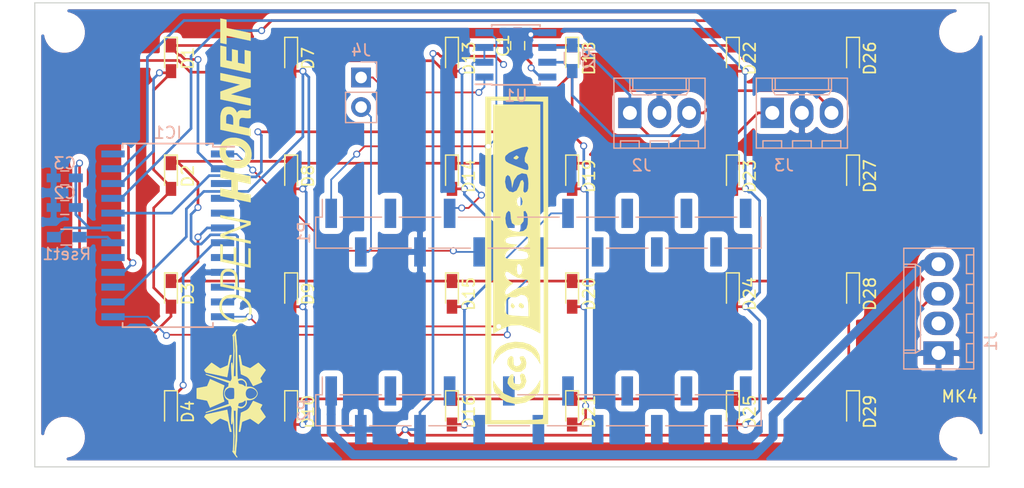
<source format=kicad_pcb>
(kicad_pcb (version 20171130) (host pcbnew "(5.1.4)-1")
  (layers (0 F.Cu signal) (31 B.Cu signal) (34 B.Paste user) (35 F.Paste user) (36 B.SilkS user) (37 F.SilkS user) (38 B.Mask user) (39 F.Mask user) (44 Edge.Cuts user))
  (net 0 "")
  (net 1 +5V)
  (net 2 GND)
  (net 3 /Dig0)
  (net 4 /SegDP)
  (net 5 /Dig1)
  (net 6 /Dig2)
  (net 7 /Dig3)
  (net 8 /SegA)
  (net 9 /SegB)
  (net 10 /SegC)
  (net 11 /SegD)
  (net 12 /SegE)
  (net 13 "/3(**)")
  (net 14 /Dig4)
  (net 15 /Dig6)
  (net 16 /Dig7)
  (net 17 /Dig5)
  (net 18 "/6(**)")
  (net 19 "/5(**)")
  (net 20 /SegF)
  (net 21 /SegG)
  (net 22 "Net-(IC1-Pad18)")
  (net 23 "Net-(IC1-Pad24)")
  (net 24 +3V3)
  (net 25 +12V)
  (net 26 "Net-(J2-Pad1)")
  (net 27 "Net-(J2-Pad3)")
  (net 28 /RX_ENABLE)
  (net 29 "/0(Rx)")
  (net 30 "/1(Tx)")
  (net 31 "Net-(P1-Pad3)")
  (net 32 /2)
  (net 33 /4)
  (net 34 /8)
  (net 35 "/10(**/SS)")
  (net 36 "/12(MISO)")
  (net 37 /7)
  (net 38 "/9(**)")
  (net 39 "/11(**/MOSI)")
  (net 40 "Net-(P2-Pad3)")
  (net 41 /A7)
  (net 42 /A5)
  (net 43 /A3)
  (net 44 /A1)
  (net 45 /AREF)
  (net 46 "/13(SCK)")
  (net 47 /A6)
  (net 48 /A4)
  (net 49 /A2)
  (net 50 /A0)
  (net 51 "Net-(P2-Pad14)")
  (module "KiCAD Libraries:CC-BY-NC-SA-Small" (layer F.Cu) (at 148 92.25 90)
    (fp_text reference G*** hide)
    (fp_text value LOGO hide)
  )
  (module "KiCAD Libraries:OH_LOGO_37.7mm_5.9mm" (layer F.Cu) (at 123.5 90.25 90)
    (fp_text reference G*** hide)
    (fp_text value LOGO hide)
  )
  (module Capacitors_SMD:C_0603_HandSoldering (layer F.Cu) (at 148.08 73.74 90)
    (fp_text reference C1 (at 0 -1.25 90) (layer F.SilkS))
    (fp_text value 0.1uF)
    (pad 1 smd rect (at -0.95 0 90) (size 1.2 0.75) (layers F.Cu F.Paste F.Mask) (net 1 +5V))
    (pad 2 smd rect (at 0.95 0 90) (size 1.2 0.75) (layers F.Cu F.Paste F.Mask) (net 2 GND))
  )
  (module Capacitors_SMD:C_0603_HandSoldering (layer B.Cu) (at 109.22 87.63 180)
    (fp_text reference C2 (at 0 1.25 180) (layer B.SilkS) (effects (justify mirror)))
    (fp_text value 100nF)
    (pad 1 smd rect (at -0.95 0 180) (size 1.2 0.75) (layers B.Cu B.Paste B.Mask) (net 1 +5V))
    (pad 2 smd rect (at 0.95 0 180) (size 1.2 0.75) (layers B.Cu B.Paste B.Mask) (net 2 GND))
  )
  (module Capacitors_SMD:C_0603_HandSoldering (layer B.Cu) (at 109.22 85.09 180)
    (fp_text reference C3 (at 0 1.25 180) (layer B.SilkS) (effects (justify mirror)))
    (fp_text value 47uF)
    (pad 1 smd rect (at -0.95 0 180) (size 1.2 0.75) (layers B.Cu B.Paste B.Mask) (net 1 +5V))
    (pad 2 smd rect (at 0.95 0 180) (size 1.2 0.75) (layers B.Cu B.Paste B.Mask) (net 2 GND))
  )
  (module LEDs:LED_0603_HandSoldering (layer F.Cu) (at 118.3346 74.8304 270)
    (fp_text reference D1 (at 0 -1.45 270) (layer F.SilkS))
    (fp_text value 0,0)
    (pad 1 smd rect (at -1.1 0 270) (size 1.2 0.9) (layers F.Cu F.Paste F.Mask) (net 3 /Dig0))
    (pad 2 smd rect (at 1.1 0 270) (size 1.2 0.9) (layers F.Cu F.Paste F.Mask) (net 4 /SegDP))
  )
  (module LEDs:LED_0603_HandSoldering (layer F.Cu) (at 118.3346 84.9304 270)
    (fp_text reference D2 (at 0 -1.45 270) (layer F.SilkS))
    (fp_text value 1,0)
    (pad 1 smd rect (at -1.1 0 270) (size 1.2 0.9) (layers F.Cu F.Paste F.Mask) (net 5 /Dig1))
    (pad 2 smd rect (at 1.1 0 270) (size 1.2 0.9) (layers F.Cu F.Paste F.Mask) (net 4 /SegDP))
  )
  (module LEDs:LED_0603_HandSoldering (layer F.Cu) (at 118.3346 95.0404 270)
    (fp_text reference D3 (at 0 -1.45 270) (layer F.SilkS))
    (fp_text value 2,0)
    (pad 1 smd rect (at -1.1 0 270) (size 1.2 0.9) (layers F.Cu F.Paste F.Mask) (net 6 /Dig2))
    (pad 2 smd rect (at 1.1 0 270) (size 1.2 0.9) (layers F.Cu F.Paste F.Mask) (net 4 /SegDP))
  )
  (module LEDs:LED_0603_HandSoldering (layer F.Cu) (at 118.3346 105.1504 270)
    (fp_text reference D4 (at 0 -1.45 270) (layer F.SilkS))
    (fp_text value 3,0)
    (pad 1 smd rect (at -1.1 0 270) (size 1.2 0.9) (layers F.Cu F.Paste F.Mask) (net 7 /Dig3))
    (pad 2 smd rect (at 1.1 0 270) (size 1.2 0.9) (layers F.Cu F.Paste F.Mask) (net 4 /SegDP))
  )
  (module LEDs:LED_0603_HandSoldering (layer F.Cu) (at 128.6446 74.8304 270)
    (fp_text reference D7 (at 0 -1.45 270) (layer F.SilkS))
    (fp_text value 0,1)
    (pad 1 smd rect (at -1.1 0 270) (size 1.2 0.9) (layers F.Cu F.Paste F.Mask) (net 3 /Dig0))
    (pad 2 smd rect (at 1.1 0 270) (size 1.2 0.9) (layers F.Cu F.Paste F.Mask) (net 8 /SegA))
  )
  (module LEDs:LED_0603_HandSoldering (layer F.Cu) (at 128.6446 84.9304 270)
    (fp_text reference D8 (at 0 -1.45 270) (layer F.SilkS))
    (fp_text value 1,1)
    (pad 1 smd rect (at -1.1 0 270) (size 1.2 0.9) (layers F.Cu F.Paste F.Mask) (net 5 /Dig1))
    (pad 2 smd rect (at 1.1 0 270) (size 1.2 0.9) (layers F.Cu F.Paste F.Mask) (net 8 /SegA))
  )
  (module LEDs:LED_0603_HandSoldering (layer F.Cu) (at 128.6446 95.0404 270)
    (fp_text reference D9 (at 0 -1.45 270) (layer F.SilkS))
    (fp_text value 2,1)
    (pad 1 smd rect (at -1.1 0 270) (size 1.2 0.9) (layers F.Cu F.Paste F.Mask) (net 6 /Dig2))
    (pad 2 smd rect (at 1.1 0 270) (size 1.2 0.9) (layers F.Cu F.Paste F.Mask) (net 8 /SegA))
  )
  (module LEDs:LED_0603_HandSoldering (layer F.Cu) (at 128.6446 105.1504 270)
    (fp_text reference D10 (at 0 -1.45 270) (layer F.SilkS))
    (fp_text value 3,1)
    (pad 1 smd rect (at -1.1 0 270) (size 1.2 0.9) (layers F.Cu F.Paste F.Mask) (net 7 /Dig3))
    (pad 2 smd rect (at 1.1 0 270) (size 1.2 0.9) (layers F.Cu F.Paste F.Mask) (net 8 /SegA))
  )
  (module LEDs:LED_0603_HandSoldering (layer F.Cu) (at 142.4446 74.8304 270)
    (fp_text reference D13 (at 0 -1.45 270) (layer F.SilkS))
    (fp_text value 0,2)
    (pad 1 smd rect (at -1.1 0 270) (size 1.2 0.9) (layers F.Cu F.Paste F.Mask) (net 3 /Dig0))
    (pad 2 smd rect (at 1.1 0 270) (size 1.2 0.9) (layers F.Cu F.Paste F.Mask) (net 9 /SegB))
  )
  (module LEDs:LED_0603_HandSoldering (layer F.Cu) (at 142.4446 84.9304 270)
    (fp_text reference D14 (at 0 -1.45 270) (layer F.SilkS))
    (fp_text value 1,2)
    (pad 1 smd rect (at -1.1 0 270) (size 1.2 0.9) (layers F.Cu F.Paste F.Mask) (net 5 /Dig1))
    (pad 2 smd rect (at 1.1 0 270) (size 1.2 0.9) (layers F.Cu F.Paste F.Mask) (net 9 /SegB))
  )
  (module LEDs:LED_0603_HandSoldering (layer F.Cu) (at 142.4446 95.0404 270)
    (fp_text reference D15 (at 0 -1.45 270) (layer F.SilkS))
    (fp_text value 2,2)
    (pad 1 smd rect (at -1.1 0 270) (size 1.2 0.9) (layers F.Cu F.Paste F.Mask) (net 6 /Dig2))
    (pad 2 smd rect (at 1.1 0 270) (size 1.2 0.9) (layers F.Cu F.Paste F.Mask) (net 9 /SegB))
  )
  (module LEDs:LED_0603_HandSoldering (layer F.Cu) (at 142.4446 105.1504 270)
    (fp_text reference D16 (at 0 -1.45 270) (layer F.SilkS))
    (fp_text value 3,2)
    (pad 1 smd rect (at -1.1 0 270) (size 1.2 0.9) (layers F.Cu F.Paste F.Mask) (net 7 /Dig3))
    (pad 2 smd rect (at 1.1 0 270) (size 1.2 0.9) (layers F.Cu F.Paste F.Mask) (net 9 /SegB))
  )
  (module LEDs:LED_0603_HandSoldering (layer F.Cu) (at 152.7546 74.8304 270)
    (fp_text reference D18 (at 0 -1.45 270) (layer F.SilkS))
    (fp_text value 0,3)
    (pad 1 smd rect (at -1.1 0 270) (size 1.2 0.9) (layers F.Cu F.Paste F.Mask) (net 3 /Dig0))
    (pad 2 smd rect (at 1.1 0 270) (size 1.2 0.9) (layers F.Cu F.Paste F.Mask) (net 10 /SegC))
  )
  (module LEDs:LED_0603_HandSoldering (layer F.Cu) (at 152.7546 84.9304 270)
    (fp_text reference D19 (at 0 -1.45 270) (layer F.SilkS))
    (fp_text value 1.3)
    (pad 1 smd rect (at -1.1 0 270) (size 1.2 0.9) (layers F.Cu F.Paste F.Mask) (net 5 /Dig1))
    (pad 2 smd rect (at 1.1 0 270) (size 1.2 0.9) (layers F.Cu F.Paste F.Mask) (net 10 /SegC))
  )
  (module LEDs:LED_0603_HandSoldering (layer F.Cu) (at 152.7546 95.0404 270)
    (fp_text reference D20 (at 0 -1.45 270) (layer F.SilkS))
    (fp_text value 2,3)
    (pad 1 smd rect (at -1.1 0 270) (size 1.2 0.9) (layers F.Cu F.Paste F.Mask) (net 6 /Dig2))
    (pad 2 smd rect (at 1.1 0 270) (size 1.2 0.9) (layers F.Cu F.Paste F.Mask) (net 10 /SegC))
  )
  (module LEDs:LED_0603_HandSoldering (layer F.Cu) (at 152.7546 105.1504 270)
    (fp_text reference D21 (at 0 -1.45 270) (layer F.SilkS))
    (fp_text value 3,3)
    (pad 1 smd rect (at -1.1 0 270) (size 1.2 0.9) (layers F.Cu F.Paste F.Mask) (net 7 /Dig3))
    (pad 2 smd rect (at 1.1 0 270) (size 1.2 0.9) (layers F.Cu F.Paste F.Mask) (net 10 /SegC))
  )
  (module LEDs:LED_0603_HandSoldering (layer F.Cu) (at 166.5446 74.8304 270)
    (fp_text reference D22 (at 0 -1.45 270) (layer F.SilkS))
    (fp_text value 0.4)
    (pad 1 smd rect (at -1.1 0 270) (size 1.2 0.9) (layers F.Cu F.Paste F.Mask) (net 3 /Dig0))
    (pad 2 smd rect (at 1.1 0 270) (size 1.2 0.9) (layers F.Cu F.Paste F.Mask) (net 11 /SegD))
  )
  (module LEDs:LED_0603_HandSoldering (layer F.Cu) (at 166.5446 84.9304 270)
    (fp_text reference D23 (at 0 -1.45 270) (layer F.SilkS))
    (fp_text value 1.4)
    (pad 1 smd rect (at -1.1 0 270) (size 1.2 0.9) (layers F.Cu F.Paste F.Mask) (net 5 /Dig1))
    (pad 2 smd rect (at 1.1 0 270) (size 1.2 0.9) (layers F.Cu F.Paste F.Mask) (net 11 /SegD))
  )
  (module LEDs:LED_0603_HandSoldering (layer F.Cu) (at 166.5446 95.0404 270)
    (fp_text reference D24 (at 0 -1.45 270) (layer F.SilkS))
    (fp_text value 2,4)
    (pad 1 smd rect (at -1.1 0 270) (size 1.2 0.9) (layers F.Cu F.Paste F.Mask) (net 6 /Dig2))
    (pad 2 smd rect (at 1.1 0 270) (size 1.2 0.9) (layers F.Cu F.Paste F.Mask) (net 11 /SegD))
  )
  (module LEDs:LED_0603_HandSoldering (layer F.Cu) (at 166.5446 105.1504 270)
    (fp_text reference D25 (at 0 -1.45 270) (layer F.SilkS))
    (fp_text value 3,4)
    (pad 1 smd rect (at -1.1 0 270) (size 1.2 0.9) (layers F.Cu F.Paste F.Mask) (net 7 /Dig3))
    (pad 2 smd rect (at 1.1 0 270) (size 1.2 0.9) (layers F.Cu F.Paste F.Mask) (net 11 /SegD))
  )
  (module LEDs:LED_0603_HandSoldering (layer F.Cu) (at 176.8546 74.8304 270)
    (fp_text reference D26 (at 0 -1.45 270) (layer F.SilkS))
    (fp_text value 0.5)
    (pad 1 smd rect (at -1.1 0 270) (size 1.2 0.9) (layers F.Cu F.Paste F.Mask) (net 3 /Dig0))
    (pad 2 smd rect (at 1.1 0 270) (size 1.2 0.9) (layers F.Cu F.Paste F.Mask) (net 12 /SegE))
  )
  (module LEDs:LED_0603_HandSoldering (layer F.Cu) (at 176.8546 84.9304 270)
    (fp_text reference D27 (at 0 -1.45 270) (layer F.SilkS))
    (fp_text value 1.5)
    (pad 1 smd rect (at -1.1 0 270) (size 1.2 0.9) (layers F.Cu F.Paste F.Mask) (net 5 /Dig1))
    (pad 2 smd rect (at 1.1 0 270) (size 1.2 0.9) (layers F.Cu F.Paste F.Mask) (net 12 /SegE))
  )
  (module LEDs:LED_0603_HandSoldering (layer F.Cu) (at 176.8546 95.0404 270)
    (fp_text reference D28 (at 0 -1.45 270) (layer F.SilkS))
    (fp_text value 2,5)
    (pad 1 smd rect (at -1.1 0 270) (size 1.2 0.9) (layers F.Cu F.Paste F.Mask) (net 6 /Dig2))
    (pad 2 smd rect (at 1.1 0 270) (size 1.2 0.9) (layers F.Cu F.Paste F.Mask) (net 12 /SegE))
  )
  (module LEDs:LED_0603_HandSoldering (layer F.Cu) (at 176.8546 105.1504 270)
    (fp_text reference D29 (at 0 -1.45 270) (layer F.SilkS))
    (fp_text value 3,5)
    (pad 1 smd rect (at -1.1 0 270) (size 1.2 0.9) (layers F.Cu F.Paste F.Mask) (net 7 /Dig3))
    (pad 2 smd rect (at 1.1 0 270) (size 1.2 0.9) (layers F.Cu F.Paste F.Mask) (net 12 /SegE))
  )
  (module Housings_SOIC:SOIC-24W_7.5x15.4mm_Pitch1.27mm (layer B.Cu) (at 118.0602 90.0176 180)
    (fp_text reference IC1 (at 0 8.8 180) (layer B.SilkS) (effects (justify mirror)))
    (fp_text value MAX7219)
    (pad 1 smd rect (at -4.7 6.985 180) (size 2 0.6) (layers B.Cu B.Paste B.Mask) (net 13 "/3(**)"))
    (pad 2 smd rect (at -4.7 5.715 180) (size 2 0.6) (layers B.Cu B.Paste B.Mask) (net 3 /Dig0))
    (pad 3 smd rect (at -4.7 4.445 180) (size 2 0.6) (layers B.Cu B.Paste B.Mask) (net 14 /Dig4))
    (pad 4 smd rect (at -4.7 3.175 180) (size 2 0.6) (layers B.Cu B.Paste B.Mask) (net 2 GND))
    (pad 5 smd rect (at -4.7 1.905 180) (size 2 0.6) (layers B.Cu B.Paste B.Mask) (net 15 /Dig6))
    (pad 6 smd rect (at -4.7 0.635 180) (size 2 0.6) (layers B.Cu B.Paste B.Mask) (net 6 /Dig2))
    (pad 7 smd rect (at -4.7 -0.635 180) (size 2 0.6) (layers B.Cu B.Paste B.Mask) (net 7 /Dig3))
    (pad 8 smd rect (at -4.7 -1.905 180) (size 2 0.6) (layers B.Cu B.Paste B.Mask) (net 16 /Dig7))
    (pad 9 smd rect (at -4.7 -3.175 180) (size 2 0.6) (layers B.Cu B.Paste B.Mask) (net 2 GND))
    (pad 10 smd rect (at -4.7 -4.445 180) (size 2 0.6) (layers B.Cu B.Paste B.Mask) (net 17 /Dig5))
    (pad 11 smd rect (at -4.7 -5.715 180) (size 2 0.6) (layers B.Cu B.Paste B.Mask) (net 5 /Dig1))
    (pad 12 smd rect (at -4.7 -6.985 180) (size 2 0.6) (layers B.Cu B.Paste B.Mask) (net 18 "/6(**)"))
    (pad 13 smd rect (at 4.7 -6.985 180) (size 2 0.6) (layers B.Cu B.Paste B.Mask) (net 19 "/5(**)"))
    (pad 14 smd rect (at 4.7 -5.715 180) (size 2 0.6) (layers B.Cu B.Paste B.Mask) (net 8 /SegA))
    (pad 15 smd rect (at 4.7 -4.445 180) (size 2 0.6) (layers B.Cu B.Paste B.Mask) (net 20 /SegF))
    (pad 16 smd rect (at 4.7 -3.175 180) (size 2 0.6) (layers B.Cu B.Paste B.Mask) (net 9 /SegB))
    (pad 17 smd rect (at 4.7 -1.905 180) (size 2 0.6) (layers B.Cu B.Paste B.Mask) (net 21 /SegG))
    (pad 18 smd rect (at 4.7 -0.635 180) (size 2 0.6) (layers B.Cu B.Paste B.Mask) (net 22 "Net-(IC1-Pad18)"))
    (pad 19 smd rect (at 4.7 0.635 180) (size 2 0.6) (layers B.Cu B.Paste B.Mask) (net 1 +5V))
    (pad 20 smd rect (at 4.7 1.905 180) (size 2 0.6) (layers B.Cu B.Paste B.Mask) (net 10 /SegC))
    (pad 21 smd rect (at 4.7 3.175 180) (size 2 0.6) (layers B.Cu B.Paste B.Mask) (net 12 /SegE))
    (pad 22 smd rect (at 4.7 4.445 180) (size 2 0.6) (layers B.Cu B.Paste B.Mask) (net 4 /SegDP))
    (pad 23 smd rect (at 4.7 5.715 180) (size 2 0.6) (layers B.Cu B.Paste B.Mask) (net 11 /SegD))
    (pad 24 smd rect (at 4.7 6.985 180) (size 2 0.6) (layers B.Cu B.Paste B.Mask) (net 23 "Net-(IC1-Pad24)"))
  )
  (module Connectors_Molex:Molex_KK-6410-04_04x2.54mm_Straight (layer B.Cu) (at 184.1881 100.1141 90)
    (fp_text reference J1 (at 1 4.5 90) (layer B.SilkS) (effects (justify mirror)))
    (fp_text value PWR)
    (pad 1 thru_hole rect (at 0 0 90) (size 2 2.6) (drill 1.2) (layers *.Cu *.Mask) (net 2 GND))
    (pad 2 thru_hole oval (at 2.54 0 90) (size 2 2.6) (drill 1.2) (layers *.Cu *.Mask) (net 24 +3V3))
    (pad 3 thru_hole oval (at 5.08 0 90) (size 2 2.6) (drill 1.2) (layers *.Cu *.Mask) (net 1 +5V))
    (pad 4 thru_hole oval (at 7.62 0 90) (size 2 2.6) (drill 1.2) (layers *.Cu *.Mask) (net 25 +12V))
  )
  (module Connectors_Molex:Molex_KK-6410-03_03x2.54mm_Straight (layer B.Cu) (at 157.7086 79.5147)
    (fp_text reference J2 (at 1 4.5) (layer B.SilkS) (effects (justify mirror)))
    (fp_text value "BUS IN")
    (pad 1 thru_hole rect (at 0 0) (size 2 2.6) (drill 1.2) (layers *.Cu *.Mask) (net 26 "Net-(J2-Pad1)"))
    (pad 2 thru_hole oval (at 2.54 0) (size 2 2.6) (drill 1.2) (layers *.Cu *.Mask) (net 2 GND))
    (pad 3 thru_hole oval (at 5.08 0) (size 2 2.6) (drill 1.2) (layers *.Cu *.Mask) (net 27 "Net-(J2-Pad3)"))
  )
  (module Connectors_Molex:Molex_KK-6410-03_03x2.54mm_Straight (layer B.Cu) (at 169.926 79.50962)
    (fp_text reference J3 (at 1 4.5) (layer B.SilkS) (effects (justify mirror)))
    (fp_text value "BUS OUT")
    (pad 1 thru_hole rect (at 0 0) (size 2 2.6) (drill 1.2) (layers *.Cu *.Mask) (net 26 "Net-(J2-Pad1)"))
    (pad 2 thru_hole oval (at 2.54 0) (size 2 2.6) (drill 1.2) (layers *.Cu *.Mask) (net 2 GND))
    (pad 3 thru_hole oval (at 5.08 0) (size 2 2.6) (drill 1.2) (layers *.Cu *.Mask) (net 27 "Net-(J2-Pad3)"))
  )
  (module Pin_Headers:Pin_Header_Straight_1x02_Pitch2.54mm (layer B.Cu) (at 134.6454 76.47178 180)
    (fp_text reference J4 (at 0 2.33 180) (layer B.SilkS) (effects (justify mirror)))
    (fp_text value "PGM ENBLE")
    (pad 1 thru_hole rect (at 0 0 180) (size 1.7 1.7) (drill 1) (layers *.Cu *.Mask) (net 28 /RX_ENABLE))
    (pad 2 thru_hole oval (at 0 -2.54 180) (size 1.7 1.7) (drill 1) (layers *.Cu *.Mask) (net 29 "/0(Rx)"))
  )
  (module Mounting_Holes:MountingHole_2.5mm (layer F.Cu) (at 109.1946 72.6004)
    (fp_text reference MK1 hide)
    (fp_text value Mounting_Hole)
    (pad 1 np_thru_hole circle (at 0 0) (size 2.5 2.5) (drill 2.5) (layers *.Cu *.Mask))
  )
  (module Mounting_Holes:MountingHole_2.5mm (layer F.Cu) (at 185.9946 72.6004)
    (fp_text reference MK2 hide)
    (fp_text value Mounting_Hole)
    (pad 1 np_thru_hole circle (at 0 0) (size 2.5 2.5) (drill 2.5) (layers *.Cu *.Mask))
  )
  (module Mounting_Holes:MountingHole_2.5mm (layer F.Cu) (at 109.1946 107.3404)
    (fp_text reference MK3 hide)
    (fp_text value Mounting_Hole)
    (pad 1 np_thru_hole circle (at 0 0) (size 2.5 2.5) (drill 2.5) (layers *.Cu *.Mask))
  )
  (module Mounting_Holes:MountingHole_2.5mm (layer F.Cu) (at 185.9946 107.3404)
    (fp_text reference MK4 (at 0 -3.5) (layer F.SilkS))
    (fp_text value Mounting_Hole)
    (pad 1 np_thru_hole circle (at 0 0) (size 2.5 2.5) (drill 2.5) (layers *.Cu *.Mask))
  )
  (module Pin_Headers:Pin_Header_Straight_1x15_Pitch2.54mm_SMD_Pin1Left (layer B.Cu) (at 149.86 89.785 270)
    (fp_text reference P1 (at 0 20.11 270) (layer B.SilkS) (effects (justify mirror)))
    (fp_text value Digital)
    (pad 1 smd rect (at -1.655 17.78 270) (size 2.51 1) (layers B.Cu B.Paste B.Mask) (net 30 "/1(Tx)"))
    (pad 3 smd rect (at -1.655 12.7 270) (size 2.51 1) (layers B.Cu B.Paste B.Mask) (net 31 "Net-(P1-Pad3)"))
    (pad 5 smd rect (at -1.655 7.62 270) (size 2.51 1) (layers B.Cu B.Paste B.Mask) (net 32 /2))
    (pad 7 smd rect (at -1.655 2.54 270) (size 2.51 1) (layers B.Cu B.Paste B.Mask) (net 33 /4))
    (pad 9 smd rect (at -1.655 -2.54 270) (size 2.51 1) (layers B.Cu B.Paste B.Mask) (net 18 "/6(**)"))
    (pad 11 smd rect (at -1.655 -7.62 270) (size 2.51 1) (layers B.Cu B.Paste B.Mask) (net 34 /8))
    (pad 13 smd rect (at -1.655 -12.7 270) (size 2.51 1) (layers B.Cu B.Paste B.Mask) (net 35 "/10(**/SS)"))
    (pad 15 smd rect (at -1.655 -17.78 270) (size 2.51 1) (layers B.Cu B.Paste B.Mask) (net 36 "/12(MISO)"))
    (pad 2 smd rect (at 1.655 15.24 270) (size 2.51 1) (layers B.Cu B.Paste B.Mask) (net 29 "/0(Rx)"))
    (pad 4 smd rect (at 1.655 10.16 270) (size 2.51 1) (layers B.Cu B.Paste B.Mask) (net 2 GND))
    (pad 6 smd rect (at 1.655 5.08 270) (size 2.51 1) (layers B.Cu B.Paste B.Mask) (net 13 "/3(**)"))
    (pad 8 smd rect (at 1.655 0 270) (size 2.51 1) (layers B.Cu B.Paste B.Mask) (net 19 "/5(**)"))
    (pad 10 smd rect (at 1.655 -5.08 270) (size 2.51 1) (layers B.Cu B.Paste B.Mask) (net 37 /7))
    (pad 12 smd rect (at 1.655 -10.16 270) (size 2.51 1) (layers B.Cu B.Paste B.Mask) (net 38 "/9(**)"))
    (pad 14 smd rect (at 1.655 -15.24 270) (size 2.51 1) (layers B.Cu B.Paste B.Mask) (net 39 "/11(**/MOSI)"))
  )
  (module Pin_Headers:Pin_Header_Straight_1x15_Pitch2.54mm_SMD_Pin1Left (layer B.Cu) (at 149.86 105.025 270)
    (fp_text reference P2 (at 0 20.11 270) (layer B.SilkS) (effects (justify mirror)))
    (fp_text value Analog)
    (pad 1 smd rect (at -1.655 17.78 270) (size 2.51 1) (layers B.Cu B.Paste B.Mask) (net 25 +12V))
    (pad 3 smd rect (at -1.655 12.7 270) (size 2.51 1) (layers B.Cu B.Paste B.Mask) (net 40 "Net-(P2-Pad3)"))
    (pad 5 smd rect (at -1.655 7.62 270) (size 2.51 1) (layers B.Cu B.Paste B.Mask) (net 41 /A7))
    (pad 7 smd rect (at -1.655 2.54 270) (size 2.51 1) (layers B.Cu B.Paste B.Mask) (net 42 /A5))
    (pad 9 smd rect (at -1.655 -2.54 270) (size 2.51 1) (layers B.Cu B.Paste B.Mask) (net 43 /A3))
    (pad 11 smd rect (at -1.655 -7.62 270) (size 2.51 1) (layers B.Cu B.Paste B.Mask) (net 44 /A1))
    (pad 13 smd rect (at -1.655 -12.7 270) (size 2.51 1) (layers B.Cu B.Paste B.Mask) (net 45 /AREF))
    (pad 15 smd rect (at -1.655 -17.78 270) (size 2.51 1) (layers B.Cu B.Paste B.Mask) (net 46 "/13(SCK)"))
    (pad 2 smd rect (at 1.655 15.24 270) (size 2.51 1) (layers B.Cu B.Paste B.Mask) (net 2 GND))
    (pad 4 smd rect (at 1.655 10.16 270) (size 2.51 1) (layers B.Cu B.Paste B.Mask) (net 1 +5V))
    (pad 6 smd rect (at 1.655 5.08 270) (size 2.51 1) (layers B.Cu B.Paste B.Mask) (net 47 /A6))
    (pad 8 smd rect (at 1.655 0 270) (size 2.51 1) (layers B.Cu B.Paste B.Mask) (net 48 /A4))
    (pad 10 smd rect (at 1.655 -5.08 270) (size 2.51 1) (layers B.Cu B.Paste B.Mask) (net 49 /A2))
    (pad 12 smd rect (at 1.655 -10.16 270) (size 2.51 1) (layers B.Cu B.Paste B.Mask) (net 50 /A0))
    (pad 14 smd rect (at 1.655 -15.24 270) (size 2.51 1) (layers B.Cu B.Paste B.Mask) (net 51 "Net-(P2-Pad14)"))
  )
  (module Resistors_SMD:R_0603_HandSoldering (layer B.Cu) (at 152.76322 74.81806 90)
    (fp_text reference R2 (at 0 1.45 90) (layer B.SilkS) (effects (justify mirror)))
    (fp_text value 120)
    (pad 1 smd rect (at -1.1 0 90) (size 1.2 0.9) (layers B.Cu B.Paste B.Mask) (net 27 "Net-(J2-Pad3)"))
    (pad 2 smd rect (at 1.1 0 90) (size 1.2 0.9) (layers B.Cu B.Paste B.Mask) (net 26 "Net-(J2-Pad1)"))
  )
  (module Resistors_SMD:R_0603_HandSoldering (layer B.Cu) (at 109.39 90.17)
    (fp_text reference Rset1 (at 0 1.45) (layer B.SilkS) (effects (justify mirror)))
    (fp_text value 30K)
    (pad 1 smd rect (at -1.1 0) (size 1.2 0.9) (layers B.Cu B.Paste B.Mask) (net 1 +5V))
    (pad 2 smd rect (at 1.1 0) (size 1.2 0.9) (layers B.Cu B.Paste B.Mask) (net 22 "Net-(IC1-Pad18)"))
  )
  (module Housings_SOIC:SOIC-8_3.9x4.9mm_Pitch1.27mm (layer B.Cu) (at 147.92454 74.53122)
    (fp_text reference U1 (at 0 3.5) (layer B.SilkS) (effects (justify mirror)))
    (fp_text value MAX487EESA)
    (pad 1 smd rect (at -2.7 1.905) (size 1.55 0.6) (layers B.Cu B.Paste B.Mask) (net 28 /RX_ENABLE))
    (pad 2 smd rect (at -2.7 0.635) (size 1.55 0.6) (layers B.Cu B.Paste B.Mask) (net 32 /2))
    (pad 3 smd rect (at -2.7 -0.635) (size 1.55 0.6) (layers B.Cu B.Paste B.Mask) (net 32 /2))
    (pad 4 smd rect (at -2.7 -1.905) (size 1.55 0.6) (layers B.Cu B.Paste B.Mask) (net 30 "/1(Tx)"))
    (pad 5 smd rect (at 2.7 -1.905) (size 1.55 0.6) (layers B.Cu B.Paste B.Mask) (net 2 GND))
    (pad 6 smd rect (at 2.7 -0.635) (size 1.55 0.6) (layers B.Cu B.Paste B.Mask) (net 26 "Net-(J2-Pad1)"))
    (pad 7 smd rect (at 2.7 0.635) (size 1.55 0.6) (layers B.Cu B.Paste B.Mask) (net 27 "Net-(J2-Pad3)"))
    (pad 8 smd rect (at 2.7 1.905) (size 1.55 0.6) (layers B.Cu B.Paste B.Mask) (net 1 +5V))
  )
  (gr_line (start 106.6486 70.0686) (end 106.6486 109.8846) (layer Edge.Cuts) (width 0.1))
  (gr_line (start 188.5246 109.8846) (end 188.5246 70.0686) (layer Edge.Cuts) (width 0.1))
  (gr_line (start 188.5246 70.0686) (end 106.6486 70.0686) (layer Edge.Cuts) (width 0.1))
  (gr_line (start 106.6486 109.8846) (end 188.5246 109.8846) (layer Edge.Cuts) (width 0.1))
  (segment (start 149.24 75.65) (end 150.02622 76.43622) (width 0.2286) (layer B.Cu) (net 1))
  (segment (start 150.02622 76.43622) (end 150.62454 76.43622) (width 0.2286) (layer B.Cu) (net 1))
  (via (at 149.24 75.65) (size 0.6) (drill 0.4) (layers F.Cu B.Cu) (net 1))
  (segment (start 149.24 75.2464) (end 149.24 75.65) (width 0.2286) (layer F.Cu) (net 1))
  (segment (start 148.08 74.69) (end 148.6836 74.69) (width 0.2286) (layer F.Cu) (net 1))
  (segment (start 148.6836 74.69) (end 149.24 75.2464) (width 0.2286) (layer F.Cu) (net 1))
  (segment (start 110.49 100.027302) (end 117.630599 107.167901) (width 0.2286) (layer F.Cu) (net 1))
  (segment (start 110.49 83.82) (end 110.49 100.027302) (width 0.2286) (layer F.Cu) (net 1))
  (segment (start 138.43 106.68) (end 139.7 106.68) (width 0.2286) (layer B.Cu) (net 1))
  (via (at 138.43 106.68) (size 0.6) (drill 0.4) (layers F.Cu B.Cu) (net 1))
  (segment (start 117.630599 107.167901) (end 137.942099 107.167901) (width 0.2286) (layer F.Cu) (net 1))
  (segment (start 138.729999 106.979999) (end 138.43 106.68) (width 0.2286) (layer F.Cu) (net 1))
  (segment (start 137.942099 107.167901) (end 138.43 106.68) (width 0.2286) (layer F.Cu) (net 1))
  (segment (start 138.917901 107.167901) (end 138.729999 106.979999) (width 0.2286) (layer F.Cu) (net 1))
  (segment (start 177.558601 107.167901) (end 138.917901 107.167901) (width 0.2286) (layer F.Cu) (net 1))
  (segment (start 178.028511 106.697991) (end 177.558601 107.167901) (width 0.2286) (layer F.Cu) (net 1))
  (segment (start 178.028511 100.893689) (end 178.028511 106.697991) (width 0.2286) (layer F.Cu) (net 1))
  (segment (start 183.8881 95.0341) (end 178.028511 100.893689) (width 0.2286) (layer F.Cu) (net 1))
  (segment (start 184.1881 95.0341) (end 183.8881 95.0341) (width 0.2286) (layer F.Cu) (net 1))
  (segment (start 140.815181 74.845053) (end 140.815181 74.420789) (width 0.2286) (layer B.Cu) (net 1))
  (segment (start 140.815181 104.081219) (end 140.815181 74.845053) (width 0.2286) (layer B.Cu) (net 1))
  (segment (start 139.7 106.68) (end 139.7 105.1964) (width 0.2286) (layer B.Cu) (net 1))
  (segment (start 141.239445 74.420789) (end 140.815181 74.420789) (width 0.2286) (layer F.Cu) (net 1))
  (segment (start 141.471146 74.65249) (end 141.239445 74.420789) (width 0.2286) (layer F.Cu) (net 1))
  (segment (start 146.87 75.36) (end 146.16249 74.65249) (width 0.2286) (layer F.Cu) (net 1))
  (segment (start 139.7 105.1964) (end 140.815181 104.081219) (width 0.2286) (layer B.Cu) (net 1))
  (segment (start 146.16249 74.65249) (end 141.471146 74.65249) (width 0.2286) (layer F.Cu) (net 1))
  (via (at 140.815181 74.420789) (size 0.6) (drill 0.4) (layers F.Cu B.Cu) (net 1))
  (via (at 146.87 75.36) (size 0.6) (drill 0.4) (layers F.Cu B.Cu) (net 1))
  (segment (start 110.17 85.09) (end 110.17 84.14) (width 0.2286) (layer B.Cu) (net 1))
  (segment (start 110.17 84.14) (end 110.49 83.82) (width 0.2286) (layer B.Cu) (net 1))
  (via (at 110.49 83.82) (size 0.6) (drill 0.4) (layers F.Cu B.Cu) (net 1))
  (segment (start 150.14954 76.43622) (end 150.62454 76.43622) (width 0.2286) (layer B.Cu) (net 1))
  (segment (start 110.17 87.63) (end 110.17 85.09) (width 0.2286) (layer B.Cu) (net 1))
  (segment (start 113.3602 89.3826) (end 111.319 89.3826) (width 0.2286) (layer B.Cu) (net 1))
  (segment (start 111.319 89.3826) (end 110.17 88.2336) (width 0.2286) (layer B.Cu) (net 1))
  (segment (start 110.17 88.2336) (end 110.17 87.63) (width 0.2286) (layer B.Cu) (net 1))
  (segment (start 108.29 90.17) (end 108.44 90.17) (width 0.2286) (layer B.Cu) (net 1))
  (segment (start 112.1316 89.3826) (end 113.3602 89.3826) (width 0.2286) (layer B.Cu) (net 1))
  (segment (start 108.44 90.17) (end 109.2274 89.3826) (width 0.2286) (layer B.Cu) (net 1))
  (segment (start 109.2274 89.3826) (end 112.1316 89.3826) (width 0.2286) (layer B.Cu) (net 1))
  (segment (start 149.21 72.79) (end 148.08 72.79) (width 0.2286) (layer F.Cu) (net 2))
  (segment (start 149.48716 72.76) (end 149.24 72.76) (width 0.2286) (layer B.Cu) (net 2))
  (segment (start 149.24 72.76) (end 149.21 72.79) (width 0.2286) (layer B.Cu) (net 2))
  (via (at 149.21 72.79) (size 0.6) (drill 0.4) (layers F.Cu B.Cu) (net 2))
  (segment (start 150.62454 72.62622) (end 149.62094 72.62622) (width 0.2286) (layer B.Cu) (net 2))
  (segment (start 149.62094 72.62622) (end 149.48716 72.76) (width 0.2286) (layer B.Cu) (net 2))
  (segment (start 122.7602 86.8426) (end 123.9888 86.8426) (width 0.2286) (layer B.Cu) (net 2))
  (segment (start 123.9888 86.8426) (end 124.4362 87.29) (width 0.2286) (layer B.Cu) (net 2))
  (segment (start 118.3346 73.8804) (end 118.3346 73.7304) (width 0.2286) (layer F.Cu) (net 3))
  (segment (start 119.0132 74.559) (end 118.3346 73.8804) (width 0.2286) (layer F.Cu) (net 3))
  (segment (start 119.1632 74.559) (end 119.0132 74.559) (width 0.2286) (layer F.Cu) (net 3))
  (segment (start 119.5342 74.93) (end 119.1632 74.559) (width 0.2286) (layer F.Cu) (net 3))
  (segment (start 120.65 74.93) (end 119.5342 74.93) (width 0.2286) (layer F.Cu) (net 3))
  (via (at 120.65 74.93) (size 0.6) (drill 0.4) (layers F.Cu B.Cu) (net 3))
  (segment (start 120.65 82.8924) (end 120.65 74.93) (width 0.2286) (layer B.Cu) (net 3))
  (segment (start 122.7602 84.3026) (end 122.0602 84.3026) (width 0.2286) (layer B.Cu) (net 3))
  (segment (start 122.0602 84.3026) (end 120.65 82.8924) (width 0.2286) (layer B.Cu) (net 3))
  (segment (start 140.9374 72.9018) (end 141.766 73.7304) (width 0.2286) (layer F.Cu) (net 3))
  (segment (start 130.1518 72.9018) (end 140.9374 72.9018) (width 0.2286) (layer F.Cu) (net 3))
  (segment (start 141.766 73.7304) (end 142.4446 73.7304) (width 0.2286) (layer F.Cu) (net 3))
  (segment (start 129.3232 73.7304) (end 130.1518 72.9018) (width 0.2286) (layer F.Cu) (net 3))
  (segment (start 128.6446 73.7304) (end 129.3232 73.7304) (width 0.2286) (layer F.Cu) (net 3))
  (segment (start 166.5446 73.7304) (end 176.8546 73.7304) (width 0.2286) (layer F.Cu) (net 3))
  (segment (start 152.7546 73.7304) (end 166.5446 73.7304) (width 0.2286) (layer F.Cu) (net 3))
  (segment (start 142.4446 73.7304) (end 152.7546 73.7304) (width 0.2286) (layer F.Cu) (net 3))
  (segment (start 118.3346 73.7304) (end 128.6446 73.7304) (width 0.2286) (layer F.Cu) (net 3))
  (segment (start 117.348 76.073) (end 118.192 76.073) (width 0.2286) (layer F.Cu) (net 4))
  (segment (start 118.192 76.073) (end 118.3346 75.9304) (width 0.2286) (layer F.Cu) (net 4))
  (via (at 117.348 76.073) (size 0.6) (drill 0.4) (layers F.Cu B.Cu) (net 4))
  (segment (start 116.84 76.581) (end 117.348 76.073) (width 0.2286) (layer B.Cu) (net 4))
  (segment (start 116.84 77.47) (end 116.84 76.581) (width 0.2286) (layer B.Cu) (net 4))
  (segment (start 116.84 82.7928) (end 116.84 77.47) (width 0.2286) (layer B.Cu) (net 4))
  (segment (start 113.3602 85.5726) (end 114.0602 85.5726) (width 0.2286) (layer B.Cu) (net 4))
  (segment (start 114.0602 85.5726) (end 116.84 82.7928) (width 0.2286) (layer B.Cu) (net 4))
  (segment (start 118.3346 75.9304) (end 118.3346 76.0804) (width 0.2286) (layer F.Cu) (net 4))
  (segment (start 118.3346 76.0804) (end 116.843234 77.571766) (width 0.2286) (layer F.Cu) (net 4))
  (segment (start 116.843234 77.571766) (end 116.843234 84.389034) (width 0.2286) (layer F.Cu) (net 4))
  (segment (start 116.843234 84.389034) (end 118.3346 85.8804) (width 0.2286) (layer F.Cu) (net 4))
  (segment (start 118.3346 85.8804) (end 118.3346 86.0304) (width 0.2286) (layer F.Cu) (net 4))
  (segment (start 118.3346 86.0304) (end 118.3346 86.1804) (width 0.2286) (layer F.Cu) (net 4))
  (segment (start 116.852671 94.508471) (end 118.3346 95.9904) (width 0.2286) (layer F.Cu) (net 4))
  (segment (start 118.3346 86.1804) (end 116.852671 87.662329) (width 0.2286) (layer F.Cu) (net 4))
  (segment (start 116.852671 87.662329) (end 116.852671 94.508471) (width 0.2286) (layer F.Cu) (net 4))
  (segment (start 118.3346 95.9904) (end 118.3346 96.1404) (width 0.2286) (layer F.Cu) (net 4))
  (segment (start 118.3346 96.1404) (end 118.3346 96.969) (width 0.2286) (layer F.Cu) (net 4))
  (segment (start 118.3346 96.969) (end 116.859021 98.444579) (width 0.2286) (layer F.Cu) (net 4))
  (segment (start 116.859021 98.444579) (end 116.859021 105.453421) (width 0.2286) (layer F.Cu) (net 4))
  (segment (start 116.859021 105.453421) (end 117.656 106.2504) (width 0.2286) (layer F.Cu) (net 4))
  (segment (start 117.656 106.2504) (end 118.3346 106.2504) (width 0.2286) (layer F.Cu) (net 4))
  (segment (start 120.350001 87.929999) (end 120.65 87.63) (width 0.2286) (layer B.Cu) (net 5))
  (segment (start 120.057898 90.45421) (end 120.057898 88.222102) (width 0.2286) (layer B.Cu) (net 5))
  (segment (start 120.057898 88.222102) (end 120.350001 87.929999) (width 0.2286) (layer B.Cu) (net 5))
  (segment (start 120.93421 90.762102) (end 120.36579 90.762102) (width 0.2286) (layer B.Cu) (net 5))
  (segment (start 123.4602 95.7326) (end 124.052301 95.140499) (width 0.2286) (layer B.Cu) (net 5))
  (segment (start 121.721611 89.974701) (end 120.93421 90.762102) (width 0.2286) (layer B.Cu) (net 5))
  (segment (start 122.7602 95.7326) (end 123.4602 95.7326) (width 0.2286) (layer B.Cu) (net 5))
  (segment (start 123.908083 89.974701) (end 121.721611 89.974701) (width 0.2286) (layer B.Cu) (net 5))
  (segment (start 120.36579 90.762102) (end 120.057898 90.45421) (width 0.2286) (layer B.Cu) (net 5))
  (segment (start 124.052301 95.140499) (end 124.052301 90.118919) (width 0.2286) (layer B.Cu) (net 5))
  (segment (start 124.052301 90.118919) (end 123.908083 89.974701) (width 0.2286) (layer B.Cu) (net 5))
  (segment (start 120.65 87.63) (end 120.65 85.4672) (width 0.2286) (layer F.Cu) (net 5))
  (segment (start 120.65 85.4672) (end 119.0132 83.8304) (width 0.2286) (layer F.Cu) (net 5))
  (segment (start 119.0132 83.8304) (end 118.3346 83.8304) (width 0.2286) (layer F.Cu) (net 5))
  (via (at 120.65 87.63) (size 0.6) (drill 0.4) (layers F.Cu B.Cu) (net 5))
  (segment (start 118.3346 83.8304) (end 118.501106 83.663894) (width 0.2286) (layer F.Cu) (net 5))
  (segment (start 118.501106 83.663894) (end 128.478094 83.663894) (width 0.2286) (layer F.Cu) (net 5))
  (segment (start 128.478094 83.663894) (end 128.6446 83.8304) (width 0.2286) (layer F.Cu) (net 5))
  (segment (start 166.5446 83.8304) (end 176.8546 83.8304) (width 0.2286) (layer F.Cu) (net 5))
  (segment (start 152.7546 83.8304) (end 166.5446 83.8304) (width 0.2286) (layer F.Cu) (net 5))
  (segment (start 142.4446 83.8304) (end 152.7546 83.8304) (width 0.2286) (layer F.Cu) (net 5))
  (segment (start 142.2296 83.8304) (end 142.4446 83.8304) (width 0.2286) (layer F.Cu) (net 5))
  (segment (start 128.6446 83.8304) (end 142.2296 83.8304) (width 0.2286) (layer F.Cu) (net 5))
  (segment (start 120.65 90.17) (end 120.65 92.3036) (width 0.2286) (layer F.Cu) (net 6))
  (segment (start 120.65 92.3036) (end 119.0132 93.9404) (width 0.2286) (layer F.Cu) (net 6))
  (segment (start 119.0132 93.9404) (end 118.3346 93.9404) (width 0.2286) (layer F.Cu) (net 6))
  (segment (start 122.7602 89.3826) (end 121.4374 89.3826) (width 0.2286) (layer B.Cu) (net 6))
  (segment (start 121.4374 89.3826) (end 120.65 90.17) (width 0.2286) (layer B.Cu) (net 6))
  (via (at 120.65 90.17) (size 0.6) (drill 0.4) (layers F.Cu B.Cu) (net 6))
  (segment (start 128.6446 93.9404) (end 118.3346 93.9404) (width 0.2286) (layer F.Cu) (net 6))
  (segment (start 142.4446 93.9404) (end 128.6446 93.9404) (width 0.2286) (layer F.Cu) (net 6))
  (segment (start 152.7546 93.9404) (end 142.4446 93.9404) (width 0.2286) (layer F.Cu) (net 6))
  (segment (start 166.5446 93.9404) (end 152.7546 93.9404) (width 0.2286) (layer F.Cu) (net 6))
  (segment (start 176.8546 93.9404) (end 166.5446 93.9404) (width 0.2286) (layer F.Cu) (net 6))
  (segment (start 128.6446 104.0504) (end 141.766 104.0504) (width 0.2286) (layer F.Cu) (net 7))
  (segment (start 141.766 104.0504) (end 142.4446 104.0504) (width 0.2286) (layer F.Cu) (net 7))
  (segment (start 119.38 102.87) (end 119.38 103.005) (width 0.2286) (layer F.Cu) (net 7))
  (segment (start 119.38 103.005) (end 118.3346 104.0504) (width 0.2286) (layer F.Cu) (net 7))
  (segment (start 122.7602 90.6526) (end 122.0602 90.6526) (width 0.2286) (layer B.Cu) (net 7))
  (segment (start 122.0602 90.6526) (end 119.38 93.3328) (width 0.2286) (layer B.Cu) (net 7))
  (segment (start 119.38 93.3328) (end 119.38 102.87) (width 0.2286) (layer B.Cu) (net 7))
  (via (at 119.38 102.87) (size 0.6) (drill 0.4) (layers F.Cu B.Cu) (net 7))
  (segment (start 166.5446 104.0504) (end 176.8546 104.0504) (width 0.2286) (layer F.Cu) (net 7))
  (segment (start 152.7546 104.0504) (end 166.5446 104.0504) (width 0.2286) (layer F.Cu) (net 7))
  (segment (start 142.4446 104.0504) (end 152.7546 104.0504) (width 0.2286) (layer F.Cu) (net 7))
  (segment (start 118.3346 104.0504) (end 128.6446 104.0504) (width 0.2286) (layer F.Cu) (net 7))
  (segment (start 124.960564 86.250499) (end 129.6514 81.559663) (width 0.2286) (layer B.Cu) (net 8))
  (segment (start 121.153189 86.250499) (end 124.960564 86.250499) (width 0.2286) (layer B.Cu) (net 8))
  (segment (start 119.651487 87.752201) (end 121.153189 86.250499) (width 0.2286) (layer B.Cu) (net 8))
  (segment (start 129.6514 76.354664) (end 129.6514 75.9304) (width 0.2286) (layer B.Cu) (net 8))
  (segment (start 119.651487 90.141313) (end 119.651487 87.752201) (width 0.2286) (layer B.Cu) (net 8))
  (segment (start 114.0602 95.7326) (end 119.651487 90.141313) (width 0.2286) (layer B.Cu) (net 8))
  (segment (start 129.6514 81.559663) (end 129.6514 76.354664) (width 0.2286) (layer B.Cu) (net 8))
  (segment (start 113.3602 95.7326) (end 114.0602 95.7326) (width 0.2286) (layer B.Cu) (net 8))
  (segment (start 129.6416 86.0298) (end 130.16454 85.50686) (width 0.2286) (layer B.Cu) (net 8))
  (segment (start 130.16454 85.50686) (end 130.16454 76.44354) (width 0.2286) (layer B.Cu) (net 8))
  (segment (start 130.16454 76.44354) (end 129.6514 75.9304) (width 0.2286) (layer B.Cu) (net 8))
  (segment (start 129.6416 96.139) (end 129.941599 95.839001) (width 0.2286) (layer B.Cu) (net 8))
  (segment (start 129.941599 95.839001) (end 129.941599 86.329799) (width 0.2286) (layer B.Cu) (net 8))
  (segment (start 129.941599 86.329799) (end 129.6416 86.0298) (width 0.2286) (layer B.Cu) (net 8))
  (segment (start 129.6416 106.2482) (end 129.941599 105.948201) (width 0.2286) (layer B.Cu) (net 8))
  (segment (start 129.941599 105.948201) (end 129.941599 96.438999) (width 0.2286) (layer B.Cu) (net 8))
  (segment (start 129.941599 96.438999) (end 129.6416 96.139) (width 0.2286) (layer B.Cu) (net 8))
  (segment (start 128.6446 106.2504) (end 129.6394 106.2504) (width 0.2286) (layer F.Cu) (net 8))
  (segment (start 129.6394 106.2504) (end 129.6416 106.2482) (width 0.2286) (layer F.Cu) (net 8))
  (via (at 129.6416 106.2482) (size 0.6) (drill 0.4) (layers F.Cu B.Cu) (net 8))
  (segment (start 128.6446 96.1404) (end 129.6402 96.1404) (width 0.2286) (layer F.Cu) (net 8))
  (segment (start 129.6402 96.1404) (end 129.6416 96.139) (width 0.2286) (layer F.Cu) (net 8))
  (via (at 129.6416 96.139) (size 0.6) (drill 0.4) (layers F.Cu B.Cu) (net 8))
  (segment (start 129.3232 86.0304) (end 129.641 86.0304) (width 0.2286) (layer F.Cu) (net 8))
  (segment (start 129.641 86.0304) (end 129.6416 86.0298) (width 0.2286) (layer F.Cu) (net 8))
  (via (at 129.6416 86.0298) (size 0.6) (drill 0.4) (layers F.Cu B.Cu) (net 8))
  (segment (start 128.6446 86.0304) (end 129.3232 86.0304) (width 0.2286) (layer F.Cu) (net 8))
  (segment (start 129.3232 86.0304) (end 129.3238 86.0298) (width 0.2286) (layer F.Cu) (net 8))
  (via (at 129.6514 75.9304) (size 0.6) (drill 0.4) (layers F.Cu B.Cu) (net 8))
  (segment (start 128.6446 75.9304) (end 129.6514 75.9304) (width 0.2286) (layer F.Cu) (net 8))
  (segment (start 115.06 92.38) (end 114.688671 92.008671) (width 0.2286) (layer F.Cu) (net 9))
  (segment (start 114.688671 92.008671) (end 114.688671 75.447927) (width 0.2286) (layer F.Cu) (net 9))
  (segment (start 122.311701 75.038299) (end 140.873899 75.038299) (width 0.2286) (layer F.Cu) (net 9))
  (segment (start 114.688671 75.447927) (end 115.11991 75.016688) (width 0.2286) (layer F.Cu) (net 9))
  (segment (start 115.11991 75.016688) (end 118.99667 75.016688) (width 0.2286) (layer F.Cu) (net 9))
  (segment (start 121.33 76.02) (end 122.311701 75.038299) (width 0.2286) (layer F.Cu) (net 9))
  (segment (start 118.99667 75.016688) (end 119.999982 76.02) (width 0.2286) (layer F.Cu) (net 9))
  (segment (start 141.766 75.9304) (end 142.4446 75.9304) (width 0.2286) (layer F.Cu) (net 9))
  (segment (start 119.999982 76.02) (end 121.33 76.02) (width 0.2286) (layer F.Cu) (net 9))
  (segment (start 140.873899 75.038299) (end 141.766 75.9304) (width 0.2286) (layer F.Cu) (net 9))
  (segment (start 115.06 92.38) (end 114.2474 93.1926) (width 0.2286) (layer B.Cu) (net 9))
  (segment (start 114.2474 93.1926) (end 113.3602 93.1926) (width 0.2286) (layer B.Cu) (net 9))
  (via (at 115.06 92.38) (size 0.6) (drill 0.4) (layers F.Cu B.Cu) (net 9))
  (segment (start 143.5094 86.0304) (end 143.5094 86.510422) (width 0.2286) (layer B.Cu) (net 9))
  (segment (start 143.5094 86.510422) (end 145.889983 88.891005) (width 0.2286) (layer B.Cu) (net 9))
  (segment (start 145.889983 93.759017) (end 143.809999 95.839001) (width 0.2286) (layer B.Cu) (net 9))
  (segment (start 145.889983 88.891005) (end 145.889983 93.759017) (width 0.2286) (layer B.Cu) (net 9))
  (segment (start 143.809999 95.839001) (end 143.51 96.139) (width 0.2286) (layer B.Cu) (net 9))
  (segment (start 143.30599 85.402726) (end 143.30599 75.9304) (width 0.2286) (layer B.Cu) (net 9))
  (segment (start 143.5094 85.606136) (end 143.30599 85.402726) (width 0.2286) (layer B.Cu) (net 9))
  (segment (start 143.5094 86.0304) (end 143.5094 85.606136) (width 0.2286) (layer B.Cu) (net 9))
  (via (at 143.30599 75.9304) (size 0.6) (drill 0.4) (layers F.Cu B.Cu) (net 9))
  (segment (start 142.4446 75.9304) (end 143.30599 75.9304) (width 0.2286) (layer F.Cu) (net 9))
  (segment (start 113.3602 93.1926) (end 114.0602 93.1926) (width 0.2286) (layer B.Cu) (net 9))
  (segment (start 143.51 96.139) (end 143.51 96.563264) (width 0.2286) (layer B.Cu) (net 9))
  (segment (start 143.51 96.563264) (end 143.51 106.2736) (width 0.2286) (layer B.Cu) (net 9))
  (segment (start 143.1464 106.2736) (end 143.51 106.2736) (width 0.2286) (layer F.Cu) (net 9))
  (via (at 143.51 106.2736) (size 0.6) (drill 0.4) (layers F.Cu B.Cu) (net 9))
  (segment (start 142.4446 106.2504) (end 143.1232 106.2504) (width 0.2286) (layer F.Cu) (net 9))
  (segment (start 143.1232 106.2504) (end 143.1464 106.2736) (width 0.2286) (layer F.Cu) (net 9))
  (segment (start 143.1232 96.1404) (end 143.5086 96.1404) (width 0.2286) (layer F.Cu) (net 9))
  (segment (start 143.5086 96.1404) (end 143.51 96.139) (width 0.2286) (layer F.Cu) (net 9))
  (via (at 143.51 96.139) (size 0.6) (drill 0.4) (layers F.Cu B.Cu) (net 9))
  (segment (start 142.4446 96.1404) (end 143.1232 96.1404) (width 0.2286) (layer F.Cu) (net 9))
  (via (at 143.5094 86.0304) (size 0.6) (drill 0.4) (layers F.Cu B.Cu) (net 9))
  (segment (start 142.4446 86.0304) (end 143.5094 86.0304) (width 0.2286) (layer F.Cu) (net 9))
  (segment (start 153.9113 105.7723) (end 153.9113 104.64546) (width 0.2286) (layer F.Cu) (net 10))
  (segment (start 152.7546 106.2504) (end 153.4332 106.2504) (width 0.2286) (layer F.Cu) (net 10))
  (segment (start 153.9113 104.64546) (end 153.9113 96.29166) (width 0.2286) (layer B.Cu) (net 10))
  (segment (start 153.9113 96.29166) (end 153.76004 96.1404) (width 0.2286) (layer B.Cu) (net 10))
  (via (at 153.9113 104.64546) (size 0.6) (drill 0.4) (layers F.Cu B.Cu) (net 10))
  (segment (start 153.4332 106.2504) (end 153.9113 105.7723) (width 0.2286) (layer F.Cu) (net 10))
  (segment (start 124.958389 84.894701) (end 125.06579 85.002102) (width 0.2286) (layer B.Cu) (net 10))
  (segment (start 126.090959 81.435219) (end 125.79096 81.13522) (width 0.2286) (layer B.Cu) (net 10))
  (segment (start 125.63421 85.002102) (end 126.090959 84.545353) (width 0.2286) (layer B.Cu) (net 10))
  (segment (start 126.090959 84.545353) (end 126.090959 81.435219) (width 0.2286) (layer B.Cu) (net 10))
  (segment (start 125.06579 85.002102) (end 125.63421 85.002102) (width 0.2286) (layer B.Cu) (net 10))
  (segment (start 121.612317 84.894701) (end 124.958389 84.894701) (width 0.2286) (layer B.Cu) (net 10))
  (segment (start 118.394418 88.1126) (end 121.612317 84.894701) (width 0.2286) (layer B.Cu) (net 10))
  (segment (start 113.3602 88.1126) (end 118.394418 88.1126) (width 0.2286) (layer B.Cu) (net 10))
  (segment (start 125.79096 81.13522) (end 147.69978 81.13522) (width 0.2286) (layer F.Cu) (net 10))
  (segment (start 147.69978 81.13522) (end 152.7546 76.0804) (width 0.2286) (layer F.Cu) (net 10))
  (segment (start 152.7546 76.0804) (end 152.7546 75.9304) (width 0.2286) (layer F.Cu) (net 10))
  (via (at 125.79096 81.13522) (size 0.6) (drill 0.4) (layers F.Cu B.Cu) (net 10))
  (segment (start 152.7546 81.356793) (end 153.444422 82.046615) (width 0.2286) (layer F.Cu) (net 10))
  (segment (start 153.444422 82.046615) (end 153.744421 82.346614) (width 0.2286) (layer F.Cu) (net 10))
  (segment (start 152.7546 75.9304) (end 152.7546 81.356793) (width 0.2286) (layer F.Cu) (net 10))
  (segment (start 153.75382 86.0298) (end 153.75382 82.356013) (width 0.2286) (layer B.Cu) (net 10))
  (segment (start 153.75382 82.356013) (end 153.744421 82.346614) (width 0.2286) (layer B.Cu) (net 10))
  (via (at 153.744421 82.346614) (size 0.6) (drill 0.4) (layers F.Cu B.Cu) (net 10))
  (segment (start 153.76004 96.1404) (end 154.060039 95.840401) (width 0.2286) (layer B.Cu) (net 10))
  (segment (start 154.060039 95.840401) (end 154.060039 86.336019) (width 0.2286) (layer B.Cu) (net 10))
  (segment (start 154.060039 86.336019) (end 154.053819 86.329799) (width 0.2286) (layer B.Cu) (net 10))
  (segment (start 154.053819 86.329799) (end 153.75382 86.0298) (width 0.2286) (layer B.Cu) (net 10))
  (via (at 153.76004 96.1404) (size 0.6) (drill 0.4) (layers F.Cu B.Cu) (net 10))
  (segment (start 152.7546 96.1404) (end 153.76004 96.1404) (width 0.2286) (layer F.Cu) (net 10))
  (segment (start 152.7546 86.0304) (end 153.75322 86.0304) (width 0.2286) (layer F.Cu) (net 10))
  (segment (start 153.75322 86.0304) (end 153.75382 86.0298) (width 0.2286) (layer F.Cu) (net 10))
  (via (at 153.75382 86.0298) (size 0.6) (drill 0.4) (layers F.Cu B.Cu) (net 10))
  (segment (start 113.3602 84.3026) (end 114.0602 84.3026) (width 0.2286) (layer B.Cu) (net 11))
  (segment (start 114.0602 84.3026) (end 116.3066 82.0562) (width 0.2286) (layer B.Cu) (net 11))
  (segment (start 116.3066 82.0562) (end 116.3066 74.73188) (width 0.2286) (layer B.Cu) (net 11))
  (segment (start 116.3066 74.73188) (end 119.449277 71.589203) (width 0.2286) (layer B.Cu) (net 11))
  (segment (start 119.449277 71.589203) (end 163.240023 71.589203) (width 0.2286) (layer B.Cu) (net 11))
  (segment (start 163.240023 71.589203) (end 167.304441 75.653621) (width 0.2286) (layer B.Cu) (net 11))
  (segment (start 167.304441 75.653621) (end 167.60444 75.95362) (width 0.2286) (layer B.Cu) (net 11))
  (segment (start 167.62222 96.13392) (end 168.841803 97.353503) (width 0.2286) (layer B.Cu) (net 11))
  (segment (start 168.841803 97.353503) (end 168.841803 105.023537) (width 0.2286) (layer B.Cu) (net 11))
  (segment (start 168.841803 105.023537) (end 167.922219 105.943121) (width 0.2286) (layer B.Cu) (net 11))
  (segment (start 167.922219 105.943121) (end 167.62222 106.24312) (width 0.2286) (layer B.Cu) (net 11))
  (segment (start 167.61968 86.00694) (end 167.919679 86.306939) (width 0.2286) (layer B.Cu) (net 11))
  (segment (start 167.919679 86.306939) (end 168.097721 86.306939) (width 0.2286) (layer B.Cu) (net 11))
  (segment (start 168.097721 86.306939) (end 168.841803 87.051021) (width 0.2286) (layer B.Cu) (net 11))
  (segment (start 168.841803 87.051021) (end 168.841803 94.914337) (width 0.2286) (layer B.Cu) (net 11))
  (segment (start 168.841803 94.914337) (end 167.922219 95.833921) (width 0.2286) (layer B.Cu) (net 11))
  (segment (start 167.922219 95.833921) (end 167.62222 96.13392) (width 0.2286) (layer B.Cu) (net 11))
  (segment (start 167.60444 75.95362) (end 167.60444 85.9917) (width 0.2286) (layer B.Cu) (net 11))
  (segment (start 167.60444 85.9917) (end 167.61968 86.00694) (width 0.2286) (layer B.Cu) (net 11))
  (segment (start 166.5446 75.9304) (end 167.58122 75.9304) (width 0.2286) (layer F.Cu) (net 11))
  (segment (start 167.58122 75.9304) (end 167.60444 75.95362) (width 0.2286) (layer F.Cu) (net 11))
  (via (at 167.60444 75.95362) (size 0.6) (drill 0.4) (layers F.Cu B.Cu) (net 11))
  (segment (start 166.5446 86.0304) (end 167.59622 86.0304) (width 0.2286) (layer F.Cu) (net 11))
  (segment (start 167.59622 86.0304) (end 167.61968 86.00694) (width 0.2286) (layer F.Cu) (net 11))
  (via (at 167.61968 86.00694) (size 0.6) (drill 0.4) (layers F.Cu B.Cu) (net 11))
  (segment (start 166.5446 96.1404) (end 167.61574 96.1404) (width 0.2286) (layer F.Cu) (net 11))
  (segment (start 167.61574 96.1404) (end 167.62222 96.13392) (width 0.2286) (layer F.Cu) (net 11))
  (via (at 167.62222 96.13392) (size 0.6) (drill 0.4) (layers F.Cu B.Cu) (net 11))
  (segment (start 166.5446 106.2504) (end 167.61494 106.2504) (width 0.2286) (layer F.Cu) (net 11))
  (segment (start 167.61494 106.2504) (end 167.62222 106.24312) (width 0.2286) (layer F.Cu) (net 11))
  (via (at 167.62222 106.24312) (size 0.6) (drill 0.4) (layers F.Cu B.Cu) (net 11))
  (segment (start 177.596701 103.216719) (end 177.538281 103.158299) (width 0.2286) (layer F.Cu) (net 12))
  (segment (start 177.538281 103.158299) (end 176.488189 103.158299) (width 0.2286) (layer F.Cu) (net 12))
  (segment (start 177.596701 104.884081) (end 177.596701 103.216719) (width 0.2286) (layer F.Cu) (net 12))
  (segment (start 176.488189 104.942501) (end 177.538281 104.942501) (width 0.2286) (layer F.Cu) (net 12))
  (segment (start 176.488189 96.506811) (end 176.8546 96.1404) (width 0.2286) (layer F.Cu) (net 12))
  (segment (start 177.538281 104.942501) (end 177.596701 104.884081) (width 0.2286) (layer F.Cu) (net 12))
  (segment (start 176.488189 105.883989) (end 176.488189 104.942501) (width 0.2286) (layer F.Cu) (net 12))
  (segment (start 176.488189 103.158299) (end 176.488189 96.506811) (width 0.2286) (layer F.Cu) (net 12))
  (segment (start 176.8546 106.2504) (end 176.488189 105.883989) (width 0.2286) (layer F.Cu) (net 12))
  (segment (start 125.686736 72.45096) (end 126.111 72.45096) (width 0.2286) (layer B.Cu) (net 12))
  (segment (start 122.25273 72.45096) (end 125.686736 72.45096) (width 0.2286) (layer B.Cu) (net 12))
  (segment (start 120.057899 74.645791) (end 122.25273 72.45096) (width 0.2286) (layer B.Cu) (net 12))
  (segment (start 120.057899 80.844901) (end 120.057899 74.645791) (width 0.2286) (layer B.Cu) (net 12))
  (segment (start 114.0602 86.8426) (end 120.057899 80.844901) (width 0.2286) (layer B.Cu) (net 12))
  (segment (start 113.3602 86.8426) (end 114.0602 86.8426) (width 0.2286) (layer B.Cu) (net 12))
  (segment (start 126.111 72.45096) (end 126.964291 71.597669) (width 0.2286) (layer F.Cu) (net 12))
  (segment (start 126.964291 71.597669) (end 176.687184 71.597669) (width 0.2286) (layer F.Cu) (net 12))
  (segment (start 176.687184 71.597669) (end 177.737947 72.648432) (width 0.2286) (layer F.Cu) (net 12))
  (segment (start 177.737947 72.648432) (end 177.737947 74.897053) (width 0.2286) (layer F.Cu) (net 12))
  (segment (start 177.737947 74.897053) (end 176.8546 75.7804) (width 0.2286) (layer F.Cu) (net 12))
  (segment (start 176.8546 75.7804) (end 176.8546 75.9304) (width 0.2286) (layer F.Cu) (net 12))
  (via (at 126.111 72.45096) (size 0.6) (drill 0.4) (layers F.Cu B.Cu) (net 12))
  (segment (start 176.8546 86.0304) (end 176.8546 85.8804) (width 0.2286) (layer F.Cu) (net 12))
  (segment (start 176.8546 85.8804) (end 179.065594 83.669406) (width 0.2286) (layer F.Cu) (net 12))
  (segment (start 179.065594 83.669406) (end 179.065594 78.291394) (width 0.2286) (layer F.Cu) (net 12))
  (segment (start 179.065594 78.291394) (end 176.8546 76.0804) (width 0.2286) (layer F.Cu) (net 12))
  (segment (start 176.8546 76.0804) (end 176.8546 75.9304) (width 0.2286) (layer F.Cu) (net 12))
  (segment (start 176.8546 96.1404) (end 176.8546 95.9904) (width 0.2286) (layer F.Cu) (net 12))
  (segment (start 176.8546 95.9904) (end 179.091948 93.753052) (width 0.2286) (layer F.Cu) (net 12))
  (segment (start 179.091948 93.753052) (end 179.091948 88.417748) (width 0.2286) (layer F.Cu) (net 12))
  (segment (start 179.091948 88.417748) (end 176.8546 86.1804) (width 0.2286) (layer F.Cu) (net 12))
  (segment (start 176.8546 86.1804) (end 176.8546 86.0304) (width 0.2286) (layer F.Cu) (net 12))
  (segment (start 125.35 84.41) (end 132.28 91.34) (width 0.1524) (layer F.Cu) (net 13))
  (segment (start 132.28 91.34) (end 142.56 91.34) (width 0.1524) (layer F.Cu) (net 13))
  (segment (start 123.9726 83.0326) (end 125.35 84.41) (width 0.1524) (layer B.Cu) (net 13))
  (segment (start 122.7602 83.0326) (end 123.9726 83.0326) (width 0.1524) (layer B.Cu) (net 13))
  (via (at 125.35 84.41) (size 0.6) (drill 0.4) (layers F.Cu B.Cu) (net 13))
  (segment (start 144.78 91.44) (end 142.66 91.44) (width 0.1524) (layer B.Cu) (net 13))
  (segment (start 142.66 91.44) (end 142.56 91.34) (width 0.1524) (layer B.Cu) (net 13))
  (via (at 142.56 91.34) (size 0.6) (drill 0.4) (layers F.Cu B.Cu) (net 13))
  (segment (start 125.04 97) (end 122.7628 97) (width 0.1524) (layer B.Cu) (net 18))
  (segment (start 122.7628 97) (end 122.7602 97.0026) (width 0.1524) (layer B.Cu) (net 18))
  (via (at 125.04 97) (size 0.6) (drill 0.4) (layers F.Cu B.Cu) (net 18))
  (segment (start 125.87 97.83) (end 125.04 97) (width 0.1524) (layer F.Cu) (net 18))
  (segment (start 146.46 97.83) (end 125.87 97.83) (width 0.1524) (layer F.Cu) (net 18))
  (segment (start 146.46 92.627798) (end 146.46 97.83) (width 0.1524) (layer B.Cu) (net 18))
  (via (at 146.46 97.83) (size 0.6) (drill 0.4) (layers F.Cu B.Cu) (net 18))
  (segment (start 152.4 88.13) (end 150.957798 88.13) (width 0.1524) (layer B.Cu) (net 18))
  (segment (start 150.957798 88.13) (end 146.46 92.627798) (width 0.1524) (layer B.Cu) (net 18))
  (segment (start 117.95 98.61) (end 116.3426 97.0026) (width 0.1524) (layer B.Cu) (net 19))
  (segment (start 116.3426 97.0026) (end 113.3602 97.0026) (width 0.1524) (layer B.Cu) (net 19))
  (segment (start 118.01 98.55) (end 117.95 98.61) (width 0.1524) (layer F.Cu) (net 19))
  (via (at 117.95 98.61) (size 0.6) (drill 0.4) (layers F.Cu B.Cu) (net 19))
  (segment (start 147.19 98.55) (end 118.01 98.55) (width 0.1524) (layer F.Cu) (net 19))
  (via (at 147.19 98.55) (size 0.6) (drill 0.4) (layers F.Cu B.Cu) (net 19))
  (segment (start 147.19 95.5174) (end 147.19 98.55) (width 0.1524) (layer B.Cu) (net 19))
  (segment (start 149.86 91.44) (end 149.86 92.8474) (width 0.1524) (layer B.Cu) (net 19))
  (segment (start 149.86 92.8474) (end 147.19 95.5174) (width 0.1524) (layer B.Cu) (net 19))
  (segment (start 110.49 90.17) (end 112.8776 90.17) (width 0.2286) (layer B.Cu) (net 22))
  (segment (start 112.8776 90.17) (end 113.3602 90.6526) (width 0.2286) (layer B.Cu) (net 22))
  (segment (start 184.1881 92.4941) (end 182.923858 92.4941) (width 0.762) (layer B.Cu) (net 25))
  (segment (start 182.923858 92.4941) (end 170 105.417958) (width 0.762) (layer B.Cu) (net 25))
  (segment (start 133.96905 108.835612) (end 132.08 106.946562) (width 0.762) (layer B.Cu) (net 25))
  (segment (start 170 105.417958) (end 170 107.29) (width 0.762) (layer B.Cu) (net 25))
  (segment (start 170 107.29) (end 168.454388 108.835612) (width 0.762) (layer B.Cu) (net 25))
  (segment (start 168.454388 108.835612) (end 133.96905 108.835612) (width 0.762) (layer B.Cu) (net 25))
  (segment (start 132.08 106.946562) (end 132.08 105.387) (width 0.762) (layer B.Cu) (net 25))
  (segment (start 132.08 105.387) (end 132.08 103.37) (width 0.762) (layer B.Cu) (net 25))
  (segment (start 184.1881 92.4941) (end 183.8881 92.4941) (width 0.762) (layer F.Cu) (net 25))
  (segment (start 132.08 104.125) (end 132.08 103.37) (width 0.762) (layer B.Cu) (net 25))
  (segment (start 157.7086 79.5147) (end 157.7086 79.8147) (width 0.2286) (layer F.Cu) (net 26))
  (segment (start 157.7086 79.8147) (end 159.362873 81.468973) (width 0.2286) (layer F.Cu) (net 26))
  (segment (start 166.738047 81.468973) (end 168.6974 79.50962) (width 0.2286) (layer F.Cu) (net 26))
  (segment (start 159.362873 81.468973) (end 166.738047 81.468973) (width 0.2286) (layer F.Cu) (net 26))
  (segment (start 168.6974 79.50962) (end 169.926 79.50962) (width 0.2286) (layer F.Cu) (net 26))
  (segment (start 152.76322 73.71806) (end 153.44182 73.71806) (width 0.2286) (layer B.Cu) (net 26))
  (segment (start 153.44182 73.71806) (end 157.7086 77.98484) (width 0.2286) (layer B.Cu) (net 26))
  (segment (start 157.7086 77.98484) (end 157.7086 77.9861) (width 0.2286) (layer B.Cu) (net 26))
  (segment (start 157.7086 77.9861) (end 157.7086 79.5147) (width 0.2286) (layer B.Cu) (net 26))
  (segment (start 150.62454 73.89622) (end 152.58506 73.89622) (width 0.2286) (layer B.Cu) (net 26))
  (segment (start 152.58506 73.89622) (end 152.76322 73.71806) (width 0.2286) (layer B.Cu) (net 26))
  (segment (start 162.7886 79.5147) (end 164.0172 79.5147) (width 0.2286) (layer F.Cu) (net 27))
  (segment (start 164.0172 79.5147) (end 165.924833 77.607067) (width 0.2286) (layer F.Cu) (net 27))
  (segment (start 165.924833 77.607067) (end 173.403447 77.607067) (width 0.2286) (layer F.Cu) (net 27))
  (segment (start 173.403447 77.607067) (end 175.006 79.20962) (width 0.2286) (layer F.Cu) (net 27))
  (segment (start 175.006 79.20962) (end 175.006 79.50962) (width 0.2286) (layer F.Cu) (net 27))
  (segment (start 152.76322 75.91806) (end 152.76322 78.017336) (width 0.2286) (layer B.Cu) (net 27))
  (segment (start 152.76322 78.017336) (end 156.213987 81.468103) (width 0.2286) (layer B.Cu) (net 27))
  (segment (start 156.213987 81.468103) (end 161.135197 81.468103) (width 0.2286) (layer B.Cu) (net 27))
  (segment (start 161.135197 81.468103) (end 162.7886 79.8147) (width 0.2286) (layer B.Cu) (net 27))
  (segment (start 162.7886 79.8147) (end 162.7886 79.5147) (width 0.2286) (layer B.Cu) (net 27))
  (segment (start 150.62454 75.16622) (end 152.01138 75.16622) (width 0.2286) (layer B.Cu) (net 27))
  (segment (start 152.01138 75.16622) (end 152.76322 75.91806) (width 0.2286) (layer B.Cu) (net 27))
  (segment (start 144.325285 77.754887) (end 144.749549 77.754887) (width 0.1524) (layer F.Cu) (net 28))
  (segment (start 136.930907 77.754887) (end 144.325285 77.754887) (width 0.1524) (layer F.Cu) (net 28))
  (segment (start 135.6478 76.47178) (end 136.930907 77.754887) (width 0.1524) (layer F.Cu) (net 28))
  (segment (start 134.6454 76.47178) (end 135.6478 76.47178) (width 0.1524) (layer F.Cu) (net 28))
  (segment (start 145.22454 76.43622) (end 145.22454 77.279896) (width 0.1524) (layer B.Cu) (net 28))
  (segment (start 145.22454 77.279896) (end 145.049548 77.454888) (width 0.1524) (layer B.Cu) (net 28))
  (via (at 144.749549 77.754887) (size 0.6) (drill 0.4) (layers F.Cu B.Cu) (net 28))
  (segment (start 145.049548 77.454888) (end 144.749549 77.754887) (width 0.1524) (layer B.Cu) (net 28))
  (segment (start 135.2724 91.44) (end 134.62 91.44) (width 0.1524) (layer B.Cu) (net 29))
  (segment (start 135.495399 91.217001) (end 135.2724 91.44) (width 0.1524) (layer B.Cu) (net 29))
  (segment (start 135.495399 79.861779) (end 135.495399 91.217001) (width 0.1524) (layer B.Cu) (net 29))
  (segment (start 134.6454 79.01178) (end 135.495399 79.861779) (width 0.1524) (layer B.Cu) (net 29))
  (segment (start 134.27 83.05) (end 132.08 85.24) (width 0.1524) (layer B.Cu) (net 30))
  (segment (start 132.08 85.24) (end 132.08 88.13) (width 0.1524) (layer B.Cu) (net 30))
  (via (at 134.27 83.05) (size 0.6) (drill 0.4) (layers F.Cu B.Cu) (net 30))
  (segment (start 134.94 82.38) (end 134.27 83.05) (width 0.1524) (layer F.Cu) (net 30))
  (segment (start 145.55 82.38) (end 134.94 82.38) (width 0.1524) (layer F.Cu) (net 30))
  (via (at 145.55 82.38) (size 0.6) (drill 0.4) (layers F.Cu B.Cu) (net 30))
  (segment (start 146.253541 81.676459) (end 145.55 82.38) (width 0.1524) (layer B.Cu) (net 30))
  (segment (start 145.22454 72.62622) (end 145.69954 72.62622) (width 0.1524) (layer B.Cu) (net 30))
  (segment (start 145.69954 72.62622) (end 146.253541 73.180221) (width 0.1524) (layer B.Cu) (net 30))
  (segment (start 146.253541 73.180221) (end 146.253541 81.676459) (width 0.1524) (layer B.Cu) (net 30))
  (segment (start 143.28 87.67) (end 142.7 87.67) (width 0.1524) (layer B.Cu) (net 32))
  (segment (start 142.7 87.67) (end 142.24 88.13) (width 0.1524) (layer B.Cu) (net 32))
  (segment (start 144.97 86.57) (end 143.87 87.67) (width 0.1524) (layer F.Cu) (net 32))
  (segment (start 143.87 87.67) (end 143.28 87.67) (width 0.1524) (layer F.Cu) (net 32))
  (via (at 143.28 87.67) (size 0.6) (drill 0.4) (layers F.Cu B.Cu) (net 32))
  (segment (start 144.195539 85.795539) (end 144.97 86.57) (width 0.1524) (layer B.Cu) (net 32))
  (via (at 144.97 86.57) (size 0.6) (drill 0.4) (layers F.Cu B.Cu) (net 32))
  (segment (start 144.195539 75.267821) (end 144.195539 85.795539) (width 0.1524) (layer B.Cu) (net 32))
  (segment (start 145.22454 75.16622) (end 144.29714 75.16622) (width 0.1524) (layer B.Cu) (net 32))
  (segment (start 144.29714 75.16622) (end 144.195539 75.267821) (width 0.1524) (layer B.Cu) (net 32))
  (segment (start 145.22454 73.89622) (end 145.22454 75.16622) (width 0.1524) (layer B.Cu) (net 32))
  (zone (net 2) (net_name GND) (layer F.Cu) (connect_pads (clearance 0.508)) (min_thickness 0.254) (fill yes (arc_segments 16) (thermal_gap 0.508) (thermal_bridge_width 0.508))
    (polygon (pts (xy 106.65 70.07) (xy 188.52 70.08) (xy 188.5 109.9) (xy 106.65 109.88)))
  )
  (zone (net 2) (net_name GND) (layer B.Cu) (connect_pads (clearance 0.508)) (min_thickness 0.254) (fill yes (arc_segments 16) (thermal_gap 0.508) (thermal_bridge_width 0.508))
    (polygon (pts (xy 106.65 70.07) (xy 188.52 70.08) (xy 188.53 109.88) (xy 106.65 109.88) (xy 106.66 70.07)))
  )
)
</source>
